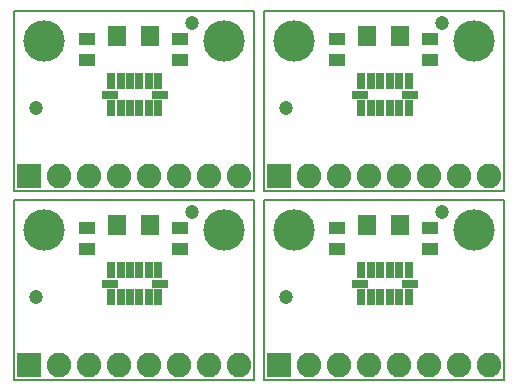
<source format=gts>
G75*
%MOIN*%
%OFA0B0*%
%FSLAX24Y24*%
%IPPOS*%
%LPD*%
%AMOC8*
5,1,8,0,0,1.08239X$1,22.5*
%
%ADD10C,0.0080*%
%ADD11R,0.0820X0.0820*%
%ADD12C,0.0820*%
%ADD13R,0.0552X0.0395*%
%ADD14R,0.0631X0.0710*%
%ADD15C,0.0000*%
%ADD16C,0.1380*%
%ADD17R,0.0277X0.0522*%
%ADD18R,0.0522X0.0277*%
%ADD19C,0.0474*%
D10*
X000330Y000140D02*
X000330Y006140D01*
X008330Y006140D01*
X008330Y000140D01*
X000330Y000140D01*
X000330Y006439D02*
X000330Y012439D01*
X008330Y012439D01*
X008330Y006439D01*
X000330Y006439D01*
X008676Y006439D02*
X008676Y012439D01*
X016676Y012439D01*
X016676Y006439D01*
X008676Y006439D01*
X008676Y006140D02*
X008676Y000140D01*
X016676Y000140D01*
X016676Y006140D01*
X008676Y006140D01*
D11*
X009176Y006939D03*
X009176Y000640D03*
X000830Y000640D03*
X000830Y006939D03*
D12*
X001830Y006939D03*
X002830Y006939D03*
X003830Y006939D03*
X004830Y006939D03*
X005830Y006939D03*
X006830Y006939D03*
X007830Y006939D03*
X010176Y006939D03*
X011176Y006939D03*
X012176Y006939D03*
X013176Y006939D03*
X014176Y006939D03*
X015176Y006939D03*
X016176Y006939D03*
X016176Y000640D03*
X015176Y000640D03*
X014176Y000640D03*
X013176Y000640D03*
X012176Y000640D03*
X011176Y000640D03*
X010176Y000640D03*
X007830Y000640D03*
X006830Y000640D03*
X005830Y000640D03*
X004830Y000640D03*
X003830Y000640D03*
X002830Y000640D03*
X001830Y000640D03*
D13*
X002770Y004486D03*
X002770Y005194D03*
X005880Y005194D03*
X005880Y004486D03*
X011116Y004486D03*
X011116Y005194D03*
X014226Y005194D03*
X014226Y004486D03*
X014226Y010785D03*
X014226Y011494D03*
X011116Y011494D03*
X011116Y010785D03*
X005880Y010785D03*
X005880Y011494D03*
X002770Y011494D03*
X002770Y010785D03*
D14*
X003779Y011589D03*
X004881Y011589D03*
X012125Y011589D03*
X013228Y011589D03*
X013228Y005290D03*
X012125Y005290D03*
X004881Y005290D03*
X003779Y005290D03*
D15*
X000680Y005140D02*
X000682Y005190D01*
X000688Y005240D01*
X000698Y005290D01*
X000711Y005338D01*
X000728Y005386D01*
X000749Y005432D01*
X000773Y005476D01*
X000801Y005518D01*
X000832Y005558D01*
X000866Y005595D01*
X000903Y005630D01*
X000942Y005661D01*
X000983Y005690D01*
X001027Y005715D01*
X001073Y005737D01*
X001120Y005755D01*
X001168Y005769D01*
X001217Y005780D01*
X001267Y005787D01*
X001317Y005790D01*
X001368Y005789D01*
X001418Y005784D01*
X001468Y005775D01*
X001516Y005763D01*
X001564Y005746D01*
X001610Y005726D01*
X001655Y005703D01*
X001698Y005676D01*
X001738Y005646D01*
X001776Y005613D01*
X001811Y005577D01*
X001844Y005538D01*
X001873Y005497D01*
X001899Y005454D01*
X001922Y005409D01*
X001941Y005362D01*
X001956Y005314D01*
X001968Y005265D01*
X001976Y005215D01*
X001980Y005165D01*
X001980Y005115D01*
X001976Y005065D01*
X001968Y005015D01*
X001956Y004966D01*
X001941Y004918D01*
X001922Y004871D01*
X001899Y004826D01*
X001873Y004783D01*
X001844Y004742D01*
X001811Y004703D01*
X001776Y004667D01*
X001738Y004634D01*
X001698Y004604D01*
X001655Y004577D01*
X001610Y004554D01*
X001564Y004534D01*
X001516Y004517D01*
X001468Y004505D01*
X001418Y004496D01*
X001368Y004491D01*
X001317Y004490D01*
X001267Y004493D01*
X001217Y004500D01*
X001168Y004511D01*
X001120Y004525D01*
X001073Y004543D01*
X001027Y004565D01*
X000983Y004590D01*
X000942Y004619D01*
X000903Y004650D01*
X000866Y004685D01*
X000832Y004722D01*
X000801Y004762D01*
X000773Y004804D01*
X000749Y004848D01*
X000728Y004894D01*
X000711Y004942D01*
X000698Y004990D01*
X000688Y005040D01*
X000682Y005090D01*
X000680Y005140D01*
X006680Y005140D02*
X006682Y005190D01*
X006688Y005240D01*
X006698Y005290D01*
X006711Y005338D01*
X006728Y005386D01*
X006749Y005432D01*
X006773Y005476D01*
X006801Y005518D01*
X006832Y005558D01*
X006866Y005595D01*
X006903Y005630D01*
X006942Y005661D01*
X006983Y005690D01*
X007027Y005715D01*
X007073Y005737D01*
X007120Y005755D01*
X007168Y005769D01*
X007217Y005780D01*
X007267Y005787D01*
X007317Y005790D01*
X007368Y005789D01*
X007418Y005784D01*
X007468Y005775D01*
X007516Y005763D01*
X007564Y005746D01*
X007610Y005726D01*
X007655Y005703D01*
X007698Y005676D01*
X007738Y005646D01*
X007776Y005613D01*
X007811Y005577D01*
X007844Y005538D01*
X007873Y005497D01*
X007899Y005454D01*
X007922Y005409D01*
X007941Y005362D01*
X007956Y005314D01*
X007968Y005265D01*
X007976Y005215D01*
X007980Y005165D01*
X007980Y005115D01*
X007976Y005065D01*
X007968Y005015D01*
X007956Y004966D01*
X007941Y004918D01*
X007922Y004871D01*
X007899Y004826D01*
X007873Y004783D01*
X007844Y004742D01*
X007811Y004703D01*
X007776Y004667D01*
X007738Y004634D01*
X007698Y004604D01*
X007655Y004577D01*
X007610Y004554D01*
X007564Y004534D01*
X007516Y004517D01*
X007468Y004505D01*
X007418Y004496D01*
X007368Y004491D01*
X007317Y004490D01*
X007267Y004493D01*
X007217Y004500D01*
X007168Y004511D01*
X007120Y004525D01*
X007073Y004543D01*
X007027Y004565D01*
X006983Y004590D01*
X006942Y004619D01*
X006903Y004650D01*
X006866Y004685D01*
X006832Y004722D01*
X006801Y004762D01*
X006773Y004804D01*
X006749Y004848D01*
X006728Y004894D01*
X006711Y004942D01*
X006698Y004990D01*
X006688Y005040D01*
X006682Y005090D01*
X006680Y005140D01*
X009026Y005140D02*
X009028Y005190D01*
X009034Y005240D01*
X009044Y005290D01*
X009057Y005338D01*
X009074Y005386D01*
X009095Y005432D01*
X009119Y005476D01*
X009147Y005518D01*
X009178Y005558D01*
X009212Y005595D01*
X009249Y005630D01*
X009288Y005661D01*
X009329Y005690D01*
X009373Y005715D01*
X009419Y005737D01*
X009466Y005755D01*
X009514Y005769D01*
X009563Y005780D01*
X009613Y005787D01*
X009663Y005790D01*
X009714Y005789D01*
X009764Y005784D01*
X009814Y005775D01*
X009862Y005763D01*
X009910Y005746D01*
X009956Y005726D01*
X010001Y005703D01*
X010044Y005676D01*
X010084Y005646D01*
X010122Y005613D01*
X010157Y005577D01*
X010190Y005538D01*
X010219Y005497D01*
X010245Y005454D01*
X010268Y005409D01*
X010287Y005362D01*
X010302Y005314D01*
X010314Y005265D01*
X010322Y005215D01*
X010326Y005165D01*
X010326Y005115D01*
X010322Y005065D01*
X010314Y005015D01*
X010302Y004966D01*
X010287Y004918D01*
X010268Y004871D01*
X010245Y004826D01*
X010219Y004783D01*
X010190Y004742D01*
X010157Y004703D01*
X010122Y004667D01*
X010084Y004634D01*
X010044Y004604D01*
X010001Y004577D01*
X009956Y004554D01*
X009910Y004534D01*
X009862Y004517D01*
X009814Y004505D01*
X009764Y004496D01*
X009714Y004491D01*
X009663Y004490D01*
X009613Y004493D01*
X009563Y004500D01*
X009514Y004511D01*
X009466Y004525D01*
X009419Y004543D01*
X009373Y004565D01*
X009329Y004590D01*
X009288Y004619D01*
X009249Y004650D01*
X009212Y004685D01*
X009178Y004722D01*
X009147Y004762D01*
X009119Y004804D01*
X009095Y004848D01*
X009074Y004894D01*
X009057Y004942D01*
X009044Y004990D01*
X009034Y005040D01*
X009028Y005090D01*
X009026Y005140D01*
X015026Y005140D02*
X015028Y005190D01*
X015034Y005240D01*
X015044Y005290D01*
X015057Y005338D01*
X015074Y005386D01*
X015095Y005432D01*
X015119Y005476D01*
X015147Y005518D01*
X015178Y005558D01*
X015212Y005595D01*
X015249Y005630D01*
X015288Y005661D01*
X015329Y005690D01*
X015373Y005715D01*
X015419Y005737D01*
X015466Y005755D01*
X015514Y005769D01*
X015563Y005780D01*
X015613Y005787D01*
X015663Y005790D01*
X015714Y005789D01*
X015764Y005784D01*
X015814Y005775D01*
X015862Y005763D01*
X015910Y005746D01*
X015956Y005726D01*
X016001Y005703D01*
X016044Y005676D01*
X016084Y005646D01*
X016122Y005613D01*
X016157Y005577D01*
X016190Y005538D01*
X016219Y005497D01*
X016245Y005454D01*
X016268Y005409D01*
X016287Y005362D01*
X016302Y005314D01*
X016314Y005265D01*
X016322Y005215D01*
X016326Y005165D01*
X016326Y005115D01*
X016322Y005065D01*
X016314Y005015D01*
X016302Y004966D01*
X016287Y004918D01*
X016268Y004871D01*
X016245Y004826D01*
X016219Y004783D01*
X016190Y004742D01*
X016157Y004703D01*
X016122Y004667D01*
X016084Y004634D01*
X016044Y004604D01*
X016001Y004577D01*
X015956Y004554D01*
X015910Y004534D01*
X015862Y004517D01*
X015814Y004505D01*
X015764Y004496D01*
X015714Y004491D01*
X015663Y004490D01*
X015613Y004493D01*
X015563Y004500D01*
X015514Y004511D01*
X015466Y004525D01*
X015419Y004543D01*
X015373Y004565D01*
X015329Y004590D01*
X015288Y004619D01*
X015249Y004650D01*
X015212Y004685D01*
X015178Y004722D01*
X015147Y004762D01*
X015119Y004804D01*
X015095Y004848D01*
X015074Y004894D01*
X015057Y004942D01*
X015044Y004990D01*
X015034Y005040D01*
X015028Y005090D01*
X015026Y005140D01*
X015026Y011439D02*
X015028Y011489D01*
X015034Y011539D01*
X015044Y011589D01*
X015057Y011637D01*
X015074Y011685D01*
X015095Y011731D01*
X015119Y011775D01*
X015147Y011817D01*
X015178Y011857D01*
X015212Y011894D01*
X015249Y011929D01*
X015288Y011960D01*
X015329Y011989D01*
X015373Y012014D01*
X015419Y012036D01*
X015466Y012054D01*
X015514Y012068D01*
X015563Y012079D01*
X015613Y012086D01*
X015663Y012089D01*
X015714Y012088D01*
X015764Y012083D01*
X015814Y012074D01*
X015862Y012062D01*
X015910Y012045D01*
X015956Y012025D01*
X016001Y012002D01*
X016044Y011975D01*
X016084Y011945D01*
X016122Y011912D01*
X016157Y011876D01*
X016190Y011837D01*
X016219Y011796D01*
X016245Y011753D01*
X016268Y011708D01*
X016287Y011661D01*
X016302Y011613D01*
X016314Y011564D01*
X016322Y011514D01*
X016326Y011464D01*
X016326Y011414D01*
X016322Y011364D01*
X016314Y011314D01*
X016302Y011265D01*
X016287Y011217D01*
X016268Y011170D01*
X016245Y011125D01*
X016219Y011082D01*
X016190Y011041D01*
X016157Y011002D01*
X016122Y010966D01*
X016084Y010933D01*
X016044Y010903D01*
X016001Y010876D01*
X015956Y010853D01*
X015910Y010833D01*
X015862Y010816D01*
X015814Y010804D01*
X015764Y010795D01*
X015714Y010790D01*
X015663Y010789D01*
X015613Y010792D01*
X015563Y010799D01*
X015514Y010810D01*
X015466Y010824D01*
X015419Y010842D01*
X015373Y010864D01*
X015329Y010889D01*
X015288Y010918D01*
X015249Y010949D01*
X015212Y010984D01*
X015178Y011021D01*
X015147Y011061D01*
X015119Y011103D01*
X015095Y011147D01*
X015074Y011193D01*
X015057Y011241D01*
X015044Y011289D01*
X015034Y011339D01*
X015028Y011389D01*
X015026Y011439D01*
X009026Y011439D02*
X009028Y011489D01*
X009034Y011539D01*
X009044Y011589D01*
X009057Y011637D01*
X009074Y011685D01*
X009095Y011731D01*
X009119Y011775D01*
X009147Y011817D01*
X009178Y011857D01*
X009212Y011894D01*
X009249Y011929D01*
X009288Y011960D01*
X009329Y011989D01*
X009373Y012014D01*
X009419Y012036D01*
X009466Y012054D01*
X009514Y012068D01*
X009563Y012079D01*
X009613Y012086D01*
X009663Y012089D01*
X009714Y012088D01*
X009764Y012083D01*
X009814Y012074D01*
X009862Y012062D01*
X009910Y012045D01*
X009956Y012025D01*
X010001Y012002D01*
X010044Y011975D01*
X010084Y011945D01*
X010122Y011912D01*
X010157Y011876D01*
X010190Y011837D01*
X010219Y011796D01*
X010245Y011753D01*
X010268Y011708D01*
X010287Y011661D01*
X010302Y011613D01*
X010314Y011564D01*
X010322Y011514D01*
X010326Y011464D01*
X010326Y011414D01*
X010322Y011364D01*
X010314Y011314D01*
X010302Y011265D01*
X010287Y011217D01*
X010268Y011170D01*
X010245Y011125D01*
X010219Y011082D01*
X010190Y011041D01*
X010157Y011002D01*
X010122Y010966D01*
X010084Y010933D01*
X010044Y010903D01*
X010001Y010876D01*
X009956Y010853D01*
X009910Y010833D01*
X009862Y010816D01*
X009814Y010804D01*
X009764Y010795D01*
X009714Y010790D01*
X009663Y010789D01*
X009613Y010792D01*
X009563Y010799D01*
X009514Y010810D01*
X009466Y010824D01*
X009419Y010842D01*
X009373Y010864D01*
X009329Y010889D01*
X009288Y010918D01*
X009249Y010949D01*
X009212Y010984D01*
X009178Y011021D01*
X009147Y011061D01*
X009119Y011103D01*
X009095Y011147D01*
X009074Y011193D01*
X009057Y011241D01*
X009044Y011289D01*
X009034Y011339D01*
X009028Y011389D01*
X009026Y011439D01*
X006680Y011439D02*
X006682Y011489D01*
X006688Y011539D01*
X006698Y011589D01*
X006711Y011637D01*
X006728Y011685D01*
X006749Y011731D01*
X006773Y011775D01*
X006801Y011817D01*
X006832Y011857D01*
X006866Y011894D01*
X006903Y011929D01*
X006942Y011960D01*
X006983Y011989D01*
X007027Y012014D01*
X007073Y012036D01*
X007120Y012054D01*
X007168Y012068D01*
X007217Y012079D01*
X007267Y012086D01*
X007317Y012089D01*
X007368Y012088D01*
X007418Y012083D01*
X007468Y012074D01*
X007516Y012062D01*
X007564Y012045D01*
X007610Y012025D01*
X007655Y012002D01*
X007698Y011975D01*
X007738Y011945D01*
X007776Y011912D01*
X007811Y011876D01*
X007844Y011837D01*
X007873Y011796D01*
X007899Y011753D01*
X007922Y011708D01*
X007941Y011661D01*
X007956Y011613D01*
X007968Y011564D01*
X007976Y011514D01*
X007980Y011464D01*
X007980Y011414D01*
X007976Y011364D01*
X007968Y011314D01*
X007956Y011265D01*
X007941Y011217D01*
X007922Y011170D01*
X007899Y011125D01*
X007873Y011082D01*
X007844Y011041D01*
X007811Y011002D01*
X007776Y010966D01*
X007738Y010933D01*
X007698Y010903D01*
X007655Y010876D01*
X007610Y010853D01*
X007564Y010833D01*
X007516Y010816D01*
X007468Y010804D01*
X007418Y010795D01*
X007368Y010790D01*
X007317Y010789D01*
X007267Y010792D01*
X007217Y010799D01*
X007168Y010810D01*
X007120Y010824D01*
X007073Y010842D01*
X007027Y010864D01*
X006983Y010889D01*
X006942Y010918D01*
X006903Y010949D01*
X006866Y010984D01*
X006832Y011021D01*
X006801Y011061D01*
X006773Y011103D01*
X006749Y011147D01*
X006728Y011193D01*
X006711Y011241D01*
X006698Y011289D01*
X006688Y011339D01*
X006682Y011389D01*
X006680Y011439D01*
X000680Y011439D02*
X000682Y011489D01*
X000688Y011539D01*
X000698Y011589D01*
X000711Y011637D01*
X000728Y011685D01*
X000749Y011731D01*
X000773Y011775D01*
X000801Y011817D01*
X000832Y011857D01*
X000866Y011894D01*
X000903Y011929D01*
X000942Y011960D01*
X000983Y011989D01*
X001027Y012014D01*
X001073Y012036D01*
X001120Y012054D01*
X001168Y012068D01*
X001217Y012079D01*
X001267Y012086D01*
X001317Y012089D01*
X001368Y012088D01*
X001418Y012083D01*
X001468Y012074D01*
X001516Y012062D01*
X001564Y012045D01*
X001610Y012025D01*
X001655Y012002D01*
X001698Y011975D01*
X001738Y011945D01*
X001776Y011912D01*
X001811Y011876D01*
X001844Y011837D01*
X001873Y011796D01*
X001899Y011753D01*
X001922Y011708D01*
X001941Y011661D01*
X001956Y011613D01*
X001968Y011564D01*
X001976Y011514D01*
X001980Y011464D01*
X001980Y011414D01*
X001976Y011364D01*
X001968Y011314D01*
X001956Y011265D01*
X001941Y011217D01*
X001922Y011170D01*
X001899Y011125D01*
X001873Y011082D01*
X001844Y011041D01*
X001811Y011002D01*
X001776Y010966D01*
X001738Y010933D01*
X001698Y010903D01*
X001655Y010876D01*
X001610Y010853D01*
X001564Y010833D01*
X001516Y010816D01*
X001468Y010804D01*
X001418Y010795D01*
X001368Y010790D01*
X001317Y010789D01*
X001267Y010792D01*
X001217Y010799D01*
X001168Y010810D01*
X001120Y010824D01*
X001073Y010842D01*
X001027Y010864D01*
X000983Y010889D01*
X000942Y010918D01*
X000903Y010949D01*
X000866Y010984D01*
X000832Y011021D01*
X000801Y011061D01*
X000773Y011103D01*
X000749Y011147D01*
X000728Y011193D01*
X000711Y011241D01*
X000698Y011289D01*
X000688Y011339D01*
X000682Y011389D01*
X000680Y011439D01*
D16*
X001330Y011439D03*
X007330Y011439D03*
X009676Y011439D03*
X015676Y011439D03*
X015676Y005140D03*
X009676Y005140D03*
X007330Y005140D03*
X001330Y005140D03*
D17*
X003583Y003778D03*
X003898Y003778D03*
X004213Y003778D03*
X004527Y003778D03*
X004842Y003778D03*
X005157Y003778D03*
X005157Y002882D03*
X004842Y002882D03*
X004527Y002882D03*
X004213Y002882D03*
X003898Y002882D03*
X003583Y002885D03*
X011929Y002885D03*
X012244Y002882D03*
X012559Y002882D03*
X012874Y002882D03*
X013189Y002882D03*
X013504Y002882D03*
X013504Y003778D03*
X013189Y003778D03*
X012874Y003778D03*
X012559Y003778D03*
X012244Y003778D03*
X011929Y003778D03*
X011929Y009184D03*
X012244Y009181D03*
X012559Y009181D03*
X012874Y009181D03*
X013189Y009181D03*
X013504Y009181D03*
X013504Y010077D03*
X013189Y010077D03*
X012874Y010077D03*
X012559Y010077D03*
X012244Y010077D03*
X011929Y010077D03*
X005157Y010077D03*
X004842Y010077D03*
X004527Y010077D03*
X004213Y010077D03*
X003898Y010077D03*
X003583Y010077D03*
X003583Y009184D03*
X003898Y009181D03*
X004213Y009181D03*
X004527Y009181D03*
X004842Y009181D03*
X005157Y009181D03*
D18*
X005197Y009629D03*
X003543Y009629D03*
X003543Y003330D03*
X005197Y003330D03*
X011890Y003330D03*
X013543Y003330D03*
X013543Y009629D03*
X011890Y009629D03*
D19*
X009426Y009189D03*
X006280Y012039D03*
X001080Y009189D03*
X006280Y005740D03*
X009426Y002890D03*
X014626Y005740D03*
X014626Y012039D03*
X001080Y002890D03*
M02*

</source>
